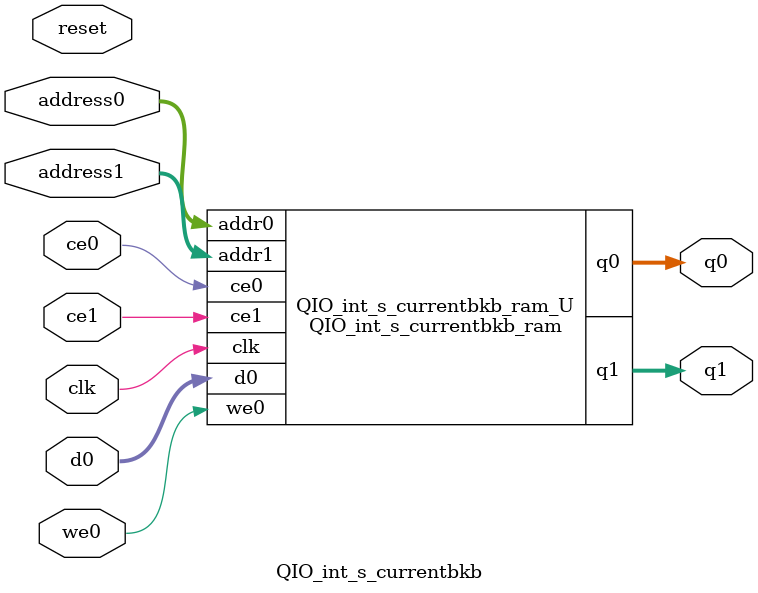
<source format=v>
`timescale 1 ns / 1 ps
module QIO_int_s_currentbkb_ram (addr0, ce0, d0, we0, q0, addr1, ce1, q1,  clk);

parameter DWIDTH = 32;
parameter AWIDTH = 8;
parameter MEM_SIZE = 256;

input[AWIDTH-1:0] addr0;
input ce0;
input[DWIDTH-1:0] d0;
input we0;
output reg[DWIDTH-1:0] q0;
input[AWIDTH-1:0] addr1;
input ce1;
output reg[DWIDTH-1:0] q1;
input clk;

(* ram_style = "block" *)reg [DWIDTH-1:0] ram[0:MEM_SIZE-1];




always @(posedge clk)  
begin 
    if (ce0) begin
        if (we0) 
            ram[addr0] <= d0; 
        q0 <= ram[addr0];
    end
end


always @(posedge clk)  
begin 
    if (ce1) begin
        q1 <= ram[addr1];
    end
end


endmodule

`timescale 1 ns / 1 ps
module QIO_int_s_currentbkb(
    reset,
    clk,
    address0,
    ce0,
    we0,
    d0,
    q0,
    address1,
    ce1,
    q1);

parameter DataWidth = 32'd32;
parameter AddressRange = 32'd256;
parameter AddressWidth = 32'd8;
input reset;
input clk;
input[AddressWidth - 1:0] address0;
input ce0;
input we0;
input[DataWidth - 1:0] d0;
output[DataWidth - 1:0] q0;
input[AddressWidth - 1:0] address1;
input ce1;
output[DataWidth - 1:0] q1;



QIO_int_s_currentbkb_ram QIO_int_s_currentbkb_ram_U(
    .clk( clk ),
    .addr0( address0 ),
    .ce0( ce0 ),
    .we0( we0 ),
    .d0( d0 ),
    .q0( q0 ),
    .addr1( address1 ),
    .ce1( ce1 ),
    .q1( q1 ));

endmodule


</source>
